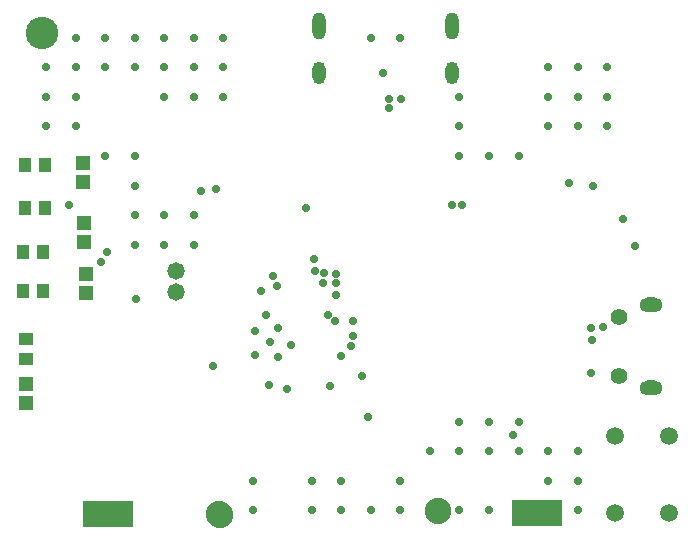
<source format=gbs>
G04*
G04 #@! TF.GenerationSoftware,Altium Limited,Altium Designer,24.3.1 (35)*
G04*
G04 Layer_Color=16711935*
%FSLAX44Y44*%
%MOMM*%
G71*
G04*
G04 #@! TF.SameCoordinates,C75BA454-7026-4FA9-A0C7-AF5AFDCDB590*
G04*
G04*
G04 #@! TF.FilePolarity,Negative*
G04*
G01*
G75*
%ADD39R,1.3032X1.2032*%
%ADD54O,1.1176X1.9050*%
%ADD55O,1.9558X1.2700*%
%ADD56C,1.3970*%
%ADD57C,2.7432*%
%ADD58C,2.2352*%
%ADD59O,1.1176X2.3114*%
%ADD60C,1.4986*%
%ADD61R,4.2032X2.2032*%
%ADD62C,0.7112*%
%ADD63C,1.4732*%
%ADD82R,1.1031X1.2032*%
%ADD83R,1.2032X1.1031*%
D39*
X407670Y516131D02*
D03*
Y532130D02*
D03*
X455930Y703200D02*
D03*
Y719199D02*
D03*
X458470Y608841D02*
D03*
Y624840D02*
D03*
X457200Y652400D02*
D03*
Y668399D02*
D03*
D54*
X656140Y795090D02*
D03*
X768540D02*
D03*
D55*
X937260Y598720D02*
D03*
Y528720D02*
D03*
D56*
X910260Y588720D02*
D03*
Y538720D02*
D03*
D57*
X421640Y829310D02*
D03*
D58*
X572276Y421112D02*
D03*
X571500Y421640D02*
D03*
X756920Y424180D02*
D03*
D59*
X768540Y835090D02*
D03*
X656140D02*
D03*
D60*
X952500Y422679D02*
D03*
X906500D02*
D03*
Y487680D02*
D03*
X952500D02*
D03*
D61*
X477520Y421640D02*
D03*
X840740Y422910D02*
D03*
D62*
X601980Y556260D02*
D03*
X621030Y554990D02*
D03*
X632460Y565150D02*
D03*
X614680Y567690D02*
D03*
X621030Y579120D02*
D03*
X610870Y590550D02*
D03*
X601980Y576580D02*
D03*
X444500Y683260D02*
D03*
X575000Y775000D02*
D03*
Y800000D02*
D03*
Y825000D02*
D03*
X700000D02*
D03*
X725000D02*
D03*
X850000Y750000D02*
D03*
X875000D02*
D03*
D03*
X900000D02*
D03*
Y775000D02*
D03*
Y800000D02*
D03*
X875000D02*
D03*
X850000D02*
D03*
X875000Y775000D02*
D03*
X850000D02*
D03*
X775000D02*
D03*
Y750000D02*
D03*
Y725000D02*
D03*
X800000D02*
D03*
X825000D02*
D03*
X750000Y475000D02*
D03*
X775000D02*
D03*
X800000D02*
D03*
X825000D02*
D03*
X850000D02*
D03*
X875000D02*
D03*
Y425000D02*
D03*
X775000D02*
D03*
X800000D02*
D03*
X875000Y450000D02*
D03*
X850000D02*
D03*
X825000Y500000D02*
D03*
X800000D02*
D03*
X775000D02*
D03*
X725000Y450000D02*
D03*
Y425000D02*
D03*
X700000D02*
D03*
X675000Y450000D02*
D03*
Y425000D02*
D03*
X650000D02*
D03*
Y450000D02*
D03*
X600000Y425000D02*
D03*
Y450000D02*
D03*
X550000Y675000D02*
D03*
Y650000D02*
D03*
X525000D02*
D03*
X500000D02*
D03*
X525000Y675000D02*
D03*
X500000D02*
D03*
Y700000D02*
D03*
X475000Y725000D02*
D03*
X500000D02*
D03*
X550000Y775000D02*
D03*
X525000D02*
D03*
X550000Y800000D02*
D03*
X525000D02*
D03*
X500000D02*
D03*
X550000Y825000D02*
D03*
X525000D02*
D03*
X500000D02*
D03*
X475000D02*
D03*
Y800000D02*
D03*
X425000Y750000D02*
D03*
Y775000D02*
D03*
Y800000D02*
D03*
X450000Y750000D02*
D03*
Y775000D02*
D03*
Y800000D02*
D03*
Y825000D02*
D03*
X697230Y504190D02*
D03*
X777240Y683260D02*
D03*
X768860D02*
D03*
X684530Y585470D02*
D03*
X620849Y614800D02*
D03*
X659130Y617474D02*
D03*
X617220Y623570D02*
D03*
X670814Y624904D02*
D03*
X683260Y563880D02*
D03*
X674370Y555671D02*
D03*
X606684Y610365D02*
D03*
X660400Y626110D02*
D03*
X663722Y590575D02*
D03*
X651510Y637540D02*
D03*
X652780Y627380D02*
D03*
X670560Y617220D02*
D03*
Y607060D02*
D03*
X684565Y572933D02*
D03*
X669290Y585470D02*
D03*
X501130Y603488D02*
D03*
X471682Y635000D02*
D03*
X476762Y643890D02*
D03*
X887730Y699770D02*
D03*
X867410Y702056D02*
D03*
X886460Y579120D02*
D03*
X896620Y580390D02*
D03*
X556260Y695202D02*
D03*
X628650Y527685D02*
D03*
X725170Y773430D02*
D03*
X715010Y765810D02*
D03*
X614015Y531465D02*
D03*
X566420Y547370D02*
D03*
X886806Y569306D02*
D03*
X715010Y773430D02*
D03*
X886460Y541020D02*
D03*
X665345Y530625D02*
D03*
X692150Y538480D02*
D03*
X923290Y648970D02*
D03*
X913130Y671830D02*
D03*
X645058Y680618D02*
D03*
X709930Y795020D02*
D03*
X820420Y488950D02*
D03*
X568960Y697230D02*
D03*
D63*
X534670Y627380D02*
D03*
Y609600D02*
D03*
D82*
X422519Y610870D02*
D03*
X405519D02*
D03*
X405521Y643890D02*
D03*
X422521D02*
D03*
X406791Y680720D02*
D03*
X423791D02*
D03*
X423789Y717550D02*
D03*
X406789D02*
D03*
D83*
X407670Y569839D02*
D03*
Y552839D02*
D03*
M02*

</source>
